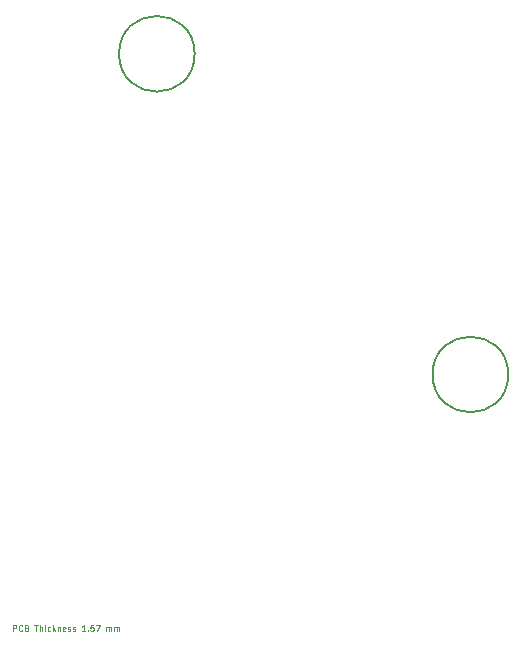
<source format=gbr>
G04 #@! TF.GenerationSoftware,KiCad,Pcbnew,(6.0.10)*
G04 #@! TF.CreationDate,2023-02-10T19:23:53+01:00*
G04 #@! TF.ProjectId,astropix_v3,61737472-6f70-4697-985f-76332e6b6963,1.0*
G04 #@! TF.SameCoordinates,Original*
G04 #@! TF.FileFunction,Other,Comment*
%FSLAX46Y46*%
G04 Gerber Fmt 4.6, Leading zero omitted, Abs format (unit mm)*
G04 Created by KiCad (PCBNEW (6.0.10)) date 2023-02-10 19:23:53*
%MOMM*%
%LPD*%
G01*
G04 APERTURE LIST*
%ADD10C,0.100000*%
%ADD11C,0.150000*%
G04 APERTURE END LIST*
D10*
G04 #@! TO.C,J1*
X106672000Y-108817190D02*
X106672000Y-108317190D01*
X106862476Y-108317190D01*
X106910095Y-108341000D01*
X106933904Y-108364809D01*
X106957714Y-108412428D01*
X106957714Y-108483857D01*
X106933904Y-108531476D01*
X106910095Y-108555285D01*
X106862476Y-108579095D01*
X106672000Y-108579095D01*
X107457714Y-108769571D02*
X107433904Y-108793380D01*
X107362476Y-108817190D01*
X107314857Y-108817190D01*
X107243428Y-108793380D01*
X107195809Y-108745761D01*
X107172000Y-108698142D01*
X107148190Y-108602904D01*
X107148190Y-108531476D01*
X107172000Y-108436238D01*
X107195809Y-108388619D01*
X107243428Y-108341000D01*
X107314857Y-108317190D01*
X107362476Y-108317190D01*
X107433904Y-108341000D01*
X107457714Y-108364809D01*
X107838666Y-108555285D02*
X107910095Y-108579095D01*
X107933904Y-108602904D01*
X107957714Y-108650523D01*
X107957714Y-108721952D01*
X107933904Y-108769571D01*
X107910095Y-108793380D01*
X107862476Y-108817190D01*
X107672000Y-108817190D01*
X107672000Y-108317190D01*
X107838666Y-108317190D01*
X107886285Y-108341000D01*
X107910095Y-108364809D01*
X107933904Y-108412428D01*
X107933904Y-108460047D01*
X107910095Y-108507666D01*
X107886285Y-108531476D01*
X107838666Y-108555285D01*
X107672000Y-108555285D01*
X108481523Y-108317190D02*
X108767238Y-108317190D01*
X108624380Y-108817190D02*
X108624380Y-108317190D01*
X108933904Y-108817190D02*
X108933904Y-108317190D01*
X109148190Y-108817190D02*
X109148190Y-108555285D01*
X109124380Y-108507666D01*
X109076761Y-108483857D01*
X109005333Y-108483857D01*
X108957714Y-108507666D01*
X108933904Y-108531476D01*
X109386285Y-108817190D02*
X109386285Y-108483857D01*
X109386285Y-108317190D02*
X109362476Y-108341000D01*
X109386285Y-108364809D01*
X109410095Y-108341000D01*
X109386285Y-108317190D01*
X109386285Y-108364809D01*
X109838666Y-108793380D02*
X109791047Y-108817190D01*
X109695809Y-108817190D01*
X109648190Y-108793380D01*
X109624380Y-108769571D01*
X109600571Y-108721952D01*
X109600571Y-108579095D01*
X109624380Y-108531476D01*
X109648190Y-108507666D01*
X109695809Y-108483857D01*
X109791047Y-108483857D01*
X109838666Y-108507666D01*
X110052952Y-108817190D02*
X110052952Y-108317190D01*
X110100571Y-108626714D02*
X110243428Y-108817190D01*
X110243428Y-108483857D02*
X110052952Y-108674333D01*
X110457714Y-108483857D02*
X110457714Y-108817190D01*
X110457714Y-108531476D02*
X110481523Y-108507666D01*
X110529142Y-108483857D01*
X110600571Y-108483857D01*
X110648190Y-108507666D01*
X110672000Y-108555285D01*
X110672000Y-108817190D01*
X111100571Y-108793380D02*
X111052952Y-108817190D01*
X110957714Y-108817190D01*
X110910095Y-108793380D01*
X110886285Y-108745761D01*
X110886285Y-108555285D01*
X110910095Y-108507666D01*
X110957714Y-108483857D01*
X111052952Y-108483857D01*
X111100571Y-108507666D01*
X111124380Y-108555285D01*
X111124380Y-108602904D01*
X110886285Y-108650523D01*
X111314857Y-108793380D02*
X111362476Y-108817190D01*
X111457714Y-108817190D01*
X111505333Y-108793380D01*
X111529142Y-108745761D01*
X111529142Y-108721952D01*
X111505333Y-108674333D01*
X111457714Y-108650523D01*
X111386285Y-108650523D01*
X111338666Y-108626714D01*
X111314857Y-108579095D01*
X111314857Y-108555285D01*
X111338666Y-108507666D01*
X111386285Y-108483857D01*
X111457714Y-108483857D01*
X111505333Y-108507666D01*
X111719619Y-108793380D02*
X111767238Y-108817190D01*
X111862476Y-108817190D01*
X111910095Y-108793380D01*
X111933904Y-108745761D01*
X111933904Y-108721952D01*
X111910095Y-108674333D01*
X111862476Y-108650523D01*
X111791047Y-108650523D01*
X111743428Y-108626714D01*
X111719619Y-108579095D01*
X111719619Y-108555285D01*
X111743428Y-108507666D01*
X111791047Y-108483857D01*
X111862476Y-108483857D01*
X111910095Y-108507666D01*
X112791047Y-108817190D02*
X112505333Y-108817190D01*
X112648190Y-108817190D02*
X112648190Y-108317190D01*
X112600571Y-108388619D01*
X112552952Y-108436238D01*
X112505333Y-108460047D01*
X113005333Y-108769571D02*
X113029142Y-108793380D01*
X113005333Y-108817190D01*
X112981523Y-108793380D01*
X113005333Y-108769571D01*
X113005333Y-108817190D01*
X113481523Y-108317190D02*
X113243428Y-108317190D01*
X113219619Y-108555285D01*
X113243428Y-108531476D01*
X113291047Y-108507666D01*
X113410095Y-108507666D01*
X113457714Y-108531476D01*
X113481523Y-108555285D01*
X113505333Y-108602904D01*
X113505333Y-108721952D01*
X113481523Y-108769571D01*
X113457714Y-108793380D01*
X113410095Y-108817190D01*
X113291047Y-108817190D01*
X113243428Y-108793380D01*
X113219619Y-108769571D01*
X113672000Y-108317190D02*
X114005333Y-108317190D01*
X113791047Y-108817190D01*
X114576761Y-108817190D02*
X114576761Y-108483857D01*
X114576761Y-108531476D02*
X114600571Y-108507666D01*
X114648190Y-108483857D01*
X114719619Y-108483857D01*
X114767238Y-108507666D01*
X114791047Y-108555285D01*
X114791047Y-108817190D01*
X114791047Y-108555285D02*
X114814857Y-108507666D01*
X114862476Y-108483857D01*
X114933904Y-108483857D01*
X114981523Y-108507666D01*
X115005333Y-108555285D01*
X115005333Y-108817190D01*
X115243428Y-108817190D02*
X115243428Y-108483857D01*
X115243428Y-108531476D02*
X115267238Y-108507666D01*
X115314857Y-108483857D01*
X115386285Y-108483857D01*
X115433904Y-108507666D01*
X115457714Y-108555285D01*
X115457714Y-108817190D01*
X115457714Y-108555285D02*
X115481523Y-108507666D01*
X115529142Y-108483857D01*
X115600571Y-108483857D01*
X115648190Y-108507666D01*
X115672000Y-108555285D01*
X115672000Y-108817190D01*
D11*
G04 #@! TO.C,H2*
X148600000Y-87100000D02*
G75*
G03*
X148600000Y-87100000I-3200000J0D01*
G01*
G04 #@! TO.C,H1*
X122050000Y-59950000D02*
G75*
G03*
X122050000Y-59950000I-3200000J0D01*
G01*
G04 #@! TD*
M02*

</source>
